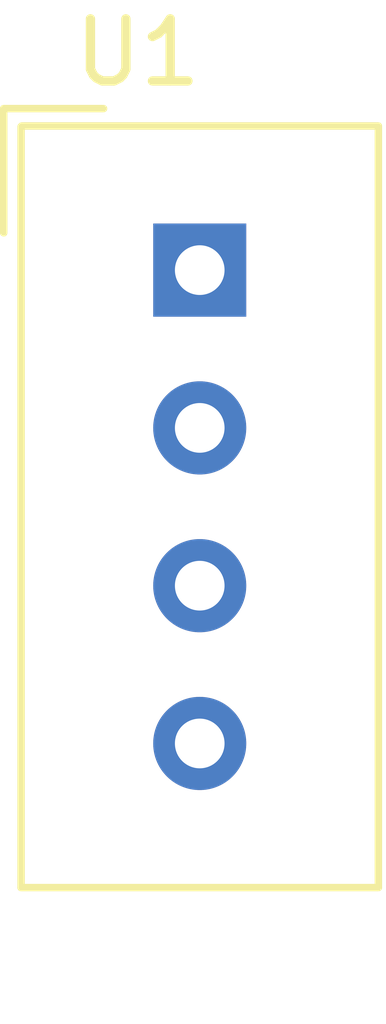
<source format=kicad_pcb>
(kicad_pcb (version 20171130) (host pcbnew "(5.1.5)-3")

  (general
    (thickness 1.6)
    (drawings 0)
    (tracks 0)
    (zones 0)
    (modules 1)
    (nets 5)
  )

  (page A4)
  (layers
    (0 F.Cu signal)
    (31 B.Cu signal)
    (32 B.Adhes user)
    (33 F.Adhes user)
    (34 B.Paste user)
    (35 F.Paste user)
    (36 B.SilkS user)
    (37 F.SilkS user)
    (38 B.Mask user)
    (39 F.Mask user)
    (40 Dwgs.User user)
    (41 Cmts.User user)
    (42 Eco1.User user)
    (43 Eco2.User user)
    (44 Edge.Cuts user)
    (45 Margin user)
    (46 B.CrtYd user)
    (47 F.CrtYd user)
    (48 B.Fab user)
    (49 F.Fab user)
  )

  (setup
    (last_trace_width 0.25)
    (trace_clearance 0.2)
    (zone_clearance 0.508)
    (zone_45_only no)
    (trace_min 0.2)
    (via_size 0.8)
    (via_drill 0.4)
    (via_min_size 0.4)
    (via_min_drill 0.3)
    (uvia_size 0.3)
    (uvia_drill 0.1)
    (uvias_allowed no)
    (uvia_min_size 0.2)
    (uvia_min_drill 0.1)
    (edge_width 0.05)
    (segment_width 0.2)
    (pcb_text_width 0.3)
    (pcb_text_size 1.5 1.5)
    (mod_edge_width 0.12)
    (mod_text_size 1 1)
    (mod_text_width 0.15)
    (pad_size 1.524 1.524)
    (pad_drill 0.762)
    (pad_to_mask_clearance 0.051)
    (solder_mask_min_width 0.25)
    (aux_axis_origin 0 0)
    (visible_elements FFFFFF7F)
    (pcbplotparams
      (layerselection 0x010fc_ffffffff)
      (usegerberextensions false)
      (usegerberattributes false)
      (usegerberadvancedattributes false)
      (creategerberjobfile false)
      (excludeedgelayer true)
      (linewidth 0.100000)
      (plotframeref false)
      (viasonmask false)
      (mode 1)
      (useauxorigin false)
      (hpglpennumber 1)
      (hpglpenspeed 20)
      (hpglpendiameter 15.000000)
      (psnegative false)
      (psa4output false)
      (plotreference true)
      (plotvalue true)
      (plotinvisibletext false)
      (padsonsilk false)
      (subtractmaskfromsilk false)
      (outputformat 1)
      (mirror false)
      (drillshape 1)
      (scaleselection 1)
      (outputdirectory ""))
  )

  (net 0 "")
  (net 1 "Net-(U1-Pad4)")
  (net 2 "Net-(U1-Pad3)")
  (net 3 "Net-(U1-Pad2)")
  (net 4 "Net-(U1-Pad1)")

  (net_class Default "Это класс цепей по умолчанию."
    (clearance 0.2)
    (trace_width 0.25)
    (via_dia 0.8)
    (via_drill 0.4)
    (uvia_dia 0.3)
    (uvia_drill 0.1)
    (add_net "Net-(U1-Pad1)")
    (add_net "Net-(U1-Pad2)")
    (add_net "Net-(U1-Pad3)")
    (add_net "Net-(U1-Pad4)")
  )

  (module Sensor:Aosong_DHT11_5.5x12.0_P2.54mm (layer F.Cu) (tedit 5C4B60CF) (tstamp 60118C59)
    (at 119.888 77.216)
    (descr "Temperature and humidity module, http://akizukidenshi.com/download/ds/aosong/DHT11.pdf")
    (tags "Temperature and humidity module")
    (path /6011E39A)
    (fp_text reference U1 (at -1 -3.5) (layer F.SilkS)
      (effects (font (size 1 1) (thickness 0.15)))
    )
    (fp_text value DHT11 (at 0 11.3) (layer F.Fab)
      (effects (font (size 1 1) (thickness 0.15)))
    )
    (fp_line (start -3.16 -2.6) (end -1.55 -2.6) (layer F.SilkS) (width 0.12))
    (fp_line (start -3.16 -2.6) (end -3.16 -0.6) (layer F.SilkS) (width 0.12))
    (fp_line (start -2.75 -1.19) (end -1.75 -2.19) (layer F.Fab) (width 0.1))
    (fp_line (start -3 10.06) (end -3 -2.44) (layer F.CrtYd) (width 0.05))
    (fp_line (start 3 10.06) (end -3 10.06) (layer F.CrtYd) (width 0.05))
    (fp_line (start 3 -2.44) (end 3 10.06) (layer F.CrtYd) (width 0.05))
    (fp_line (start -3 -2.44) (end 3 -2.44) (layer F.CrtYd) (width 0.05))
    (fp_text user %R (at 0 3.81) (layer F.Fab)
      (effects (font (size 1 1) (thickness 0.15)))
    )
    (fp_line (start -2.88 9.94) (end -2.88 -2.31) (layer F.SilkS) (width 0.12))
    (fp_line (start 2.88 9.94) (end -2.88 9.94) (layer F.SilkS) (width 0.12))
    (fp_line (start 2.88 -2.32) (end 2.88 9.94) (layer F.SilkS) (width 0.12))
    (fp_line (start -2.87 -2.32) (end 2.87 -2.32) (layer F.SilkS) (width 0.12))
    (fp_line (start -2.75 -1.19) (end -2.75 9.81) (layer F.Fab) (width 0.1))
    (fp_line (start 2.75 9.81) (end -2.75 9.81) (layer F.Fab) (width 0.1))
    (fp_line (start 2.75 -2.19) (end 2.75 9.81) (layer F.Fab) (width 0.1))
    (fp_line (start -1.75 -2.19) (end 2.75 -2.19) (layer F.Fab) (width 0.1))
    (pad 4 thru_hole circle (at 0 7.62) (size 1.5 1.5) (drill 0.8) (layers *.Cu *.Mask)
      (net 1 "Net-(U1-Pad4)"))
    (pad 3 thru_hole circle (at 0 5.08) (size 1.5 1.5) (drill 0.8) (layers *.Cu *.Mask)
      (net 2 "Net-(U1-Pad3)"))
    (pad 2 thru_hole circle (at 0 2.54) (size 1.5 1.5) (drill 0.8) (layers *.Cu *.Mask)
      (net 3 "Net-(U1-Pad2)"))
    (pad 1 thru_hole rect (at 0 0) (size 1.5 1.5) (drill 0.8) (layers *.Cu *.Mask)
      (net 4 "Net-(U1-Pad1)"))
    (model ${KISYS3DMOD}/Sensor.3dshapes/Aosong_DHT11_5.5x12.0_P2.54mm.wrl
      (at (xyz 0 0 0))
      (scale (xyz 1 1 1))
      (rotate (xyz 0 0 0))
    )
  )

)

</source>
